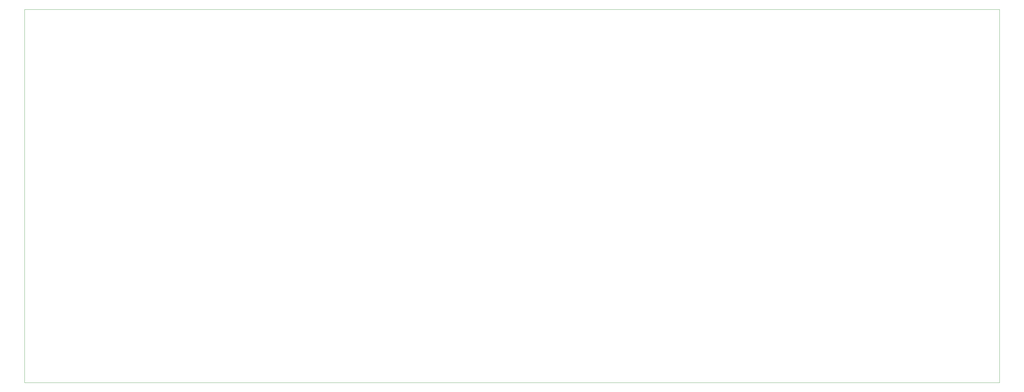
<source format=gbr>
%TF.GenerationSoftware,KiCad,Pcbnew,7.0.8-7.0.8~ubuntu22.04.1*%
%TF.CreationDate,2023-11-08T21:52:34+01:00*%
%TF.ProjectId,keyboard,6b657962-6f61-4726-942e-6b696361645f,rev?*%
%TF.SameCoordinates,Original*%
%TF.FileFunction,Profile,NP*%
%FSLAX46Y46*%
G04 Gerber Fmt 4.6, Leading zero omitted, Abs format (unit mm)*
G04 Created by KiCad (PCBNEW 7.0.8-7.0.8~ubuntu22.04.1) date 2023-11-08 21:52:34*
%MOMM*%
%LPD*%
G01*
G04 APERTURE LIST*
%TA.AperFunction,Profile*%
%ADD10C,0.100000*%
%TD*%
G04 APERTURE END LIST*
D10*
X59250000Y-69000000D02*
X365650000Y-69000000D01*
X365650000Y-186500000D01*
X59250000Y-186500000D01*
X59250000Y-69000000D01*
M02*

</source>
